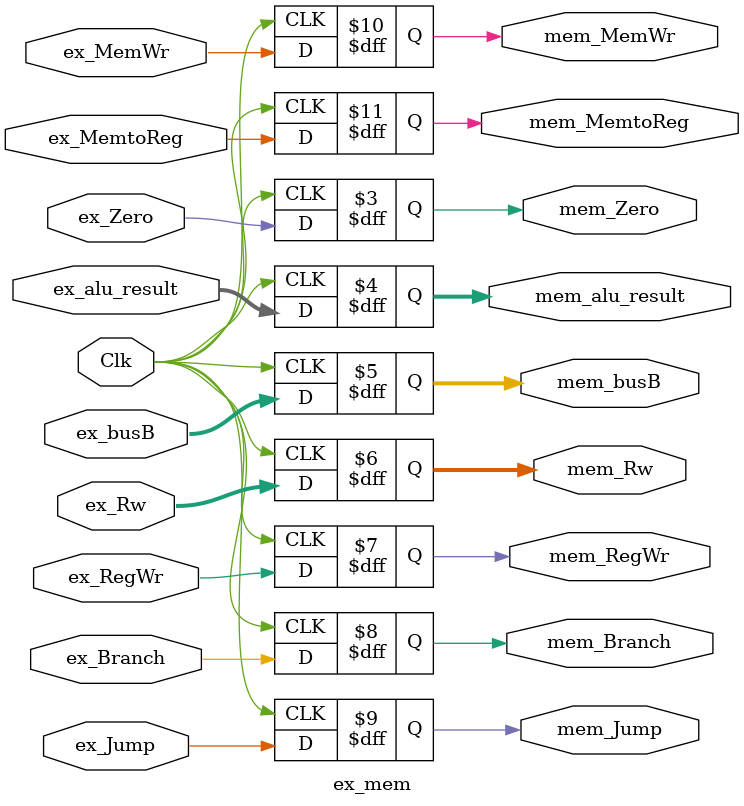
<source format=v>
module ex_mem(Clk,ex_Zero,ex_alu_result,ex_busB,ex_Rw,ex_RegWr,ex_Branch,ex_Jump,ex_MemWr,ex_MemtoReg,
            mem_Zero,mem_alu_result,mem_busB,mem_Rw,mem_RegWr,mem_Branch,mem_Jump,mem_MemWr,mem_MemtoReg);
        input              Clk;
        input              ex_Zero;
        input       [31:0] ex_alu_result;
        input       [31:0] ex_busB;
        input       [4:0]  ex_Rw;        
        input              ex_RegWr,ex_Branch,ex_Jump,ex_MemWr,ex_MemtoReg;
	       
        output reg         mem_Zero;
        output reg [31:0]  mem_alu_result;
        output reg [31:0]  mem_busB;
        output reg [4:0]   mem_Rw;
        output reg         mem_RegWr,mem_Branch,mem_Jump,mem_MemWr,mem_MemtoReg;
        
        initial begin
          mem_Zero       = 0;
          mem_alu_result = 32'd0;
          mem_busB       = 32'd0;
          mem_Rw         = 5'd0;
          mem_RegWr      = 0; // 寄存器写控制信号
          mem_Branch     = 0;
          mem_Jump       = 0;
          mem_MemWr      = 0; // 数据内存写控制信号
          mem_MemtoReg   = 0; // 数据内存数据写入寄存器控制信号MUX
        end
        always @(posedge Clk)
        begin
          mem_alu_result <= ex_alu_result;
          mem_busB       <= ex_busB;
          mem_Rw         <= ex_Rw;     
          
          //control
          mem_Zero       <= ex_Zero;
          mem_RegWr      <= ex_RegWr;
          mem_Branch     <= ex_Branch;
          mem_Jump       <= ex_Jump;
          mem_MemWr      <= ex_MemWr;
          mem_MemtoReg   <= ex_MemtoReg;       
        end
endmodule
</source>
